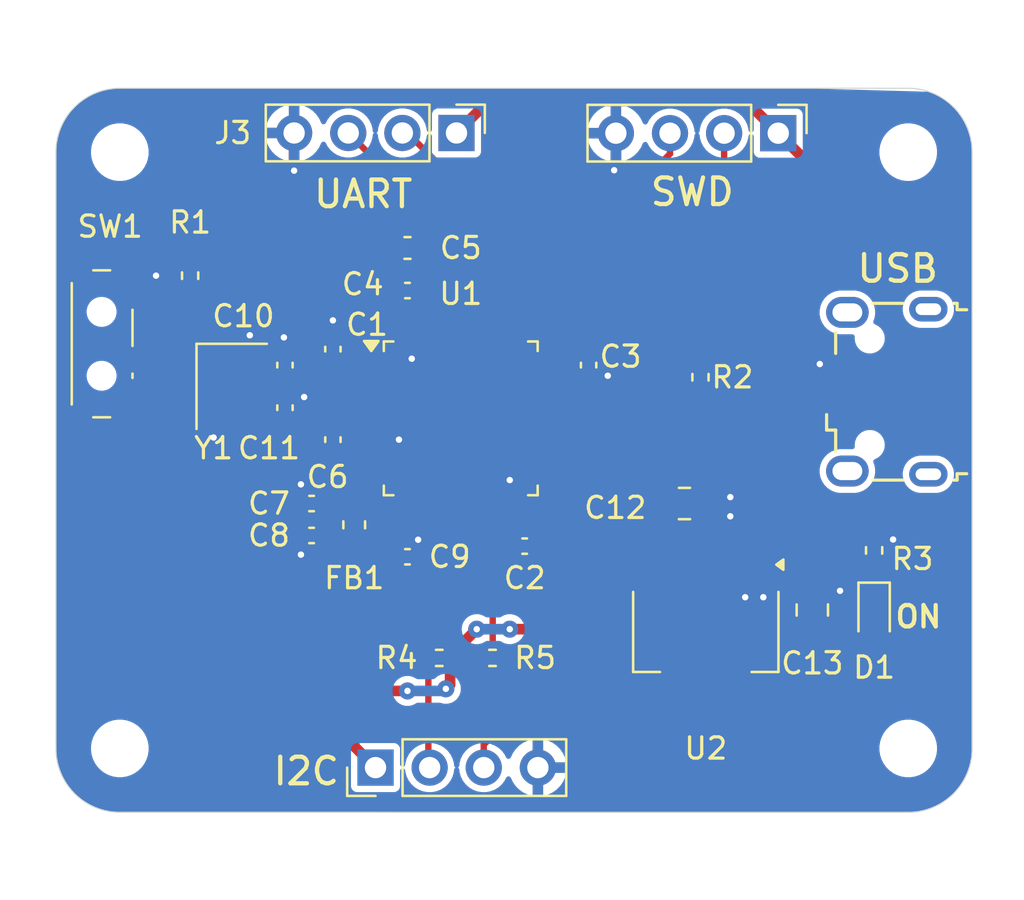
<source format=kicad_pcb>
(kicad_pcb (version 20240108) (generator "pcbnew") (generator_version "8.0")
  (layers (0 "F.Cu" signal) (31 "B.Cu" power) (34 "B.Paste" user) (35 "F.Paste" user) (36 "B.SilkS" user "B.Silkscreen") (37 "F.SilkS" user "F.Silkscreen") (38 "B.Mask" user) (39 "F.Mask" user) (44 "Edge.Cuts" user))
  (net 0 "")
  (net 1 "GND")
  (net 2 "+3.3V")
  (net 3 "+3.3VA")
  (net 4 "/NRST")
  (net 5 "/HSE_IN")
  (net 6 "/HSE_OUT")
  (net 7 "VBUS")
  (net 8 "Net-(D1-K)")
  (net 10 "/USB_D+")
  (net 12 "/USB_D-")
  (net 16 "/SWDIO")
  (net 17 "/SWCLK")
  (net 18 "/USART1_RX")
  (net 19 "/USART1_TX")
  (net 20 "/I2C2_SDA")
  (net 21 "/I2C2_SCL")
  (net 22 "/SW_BOOT0")
  (net 23 "/BOOT0")
  (footprint "Capacitor_SMD:C_0402_1005Metric" (layer "F.Cu") (at 152.25 107.5 -90)
    (property "Reference" "C10" (at -2.3 1.95 180) (layer "F.SilkS"))
    (property "Value" "10p")
    (fp_line (start -0.107836 0.36) (end 0.107836 0.36) (stroke (width 0.12)) (layer "F.SilkS"))
    (fp_line (start -0.107836 -0.36) (end 0.107836 -0.36) (stroke (width 0.12)) (layer "F.SilkS"))
    (pad "1" smd roundrect (at -0.48 0 270) (size 0.56 0.62) (layers "F.Cu" "F.Paste" "F.Mask") (net 1 "GND"))
    (pad "2" smd roundrect (at 0.48 0 270) (size 0.56 0.62) (layers "F.Cu" "F.Paste" "F.Mask") (net 5 "/HSE_IN"))
  )
  (footprint "Connector_PinHeader_2.54mm:PinHeader_1x04_P2.54mm_Vertical" (layer "F.Cu") (at 175.4 96.61 -90)
    (property "Reference" "J2" (hide yes))
    (property "Value" "Conn_01x04_Pin")
    (fp_line (start -1.33 8.95) (end 1.33 8.95) (stroke (width 0.12)) (layer "F.SilkS"))
    (fp_line (start -1.33 1.27) (end -1.33 8.95) (stroke (width 0.12)) (layer "F.SilkS"))
    (fp_line (start -1.33 1.27) (end 1.33 1.27) (stroke (width 0.12)) (layer "F.SilkS"))
    (fp_line (start 1.33 1.27) (end 1.33 8.95) (stroke (width 0.12)) (layer "F.SilkS"))
    (fp_line (start -1.33 0) (end -1.33 -1.33) (stroke (width 0.12)) (layer "F.SilkS"))
    (fp_line (start -1.33 -1.33) (end 0 -1.33) (stroke (width 0.12)) (layer "F.SilkS"))
    (pad "1" thru_hole rect (at 0 0 270) (size 1.7 1.7) (drill 1) (layers "*.Cu" "*.Mask") (net 2 "+3.3V"))
    (pad "2" thru_hole oval (at 0 2.54 270) (size 1.7 1.7) (drill 1) (layers "*.Cu" "*.Mask") (net 16 "/SWDIO"))
    (pad "3" thru_hole oval (at 0 5.08 270) (size 1.7 1.7) (drill 1) (layers "*.Cu" "*.Mask") (net 17 "/SWCLK"))
    (pad "4" thru_hole oval (at 0 7.62 270) (size 1.7 1.7) (drill 1) (layers "*.Cu" "*.Mask") (net 1 "GND"))
  )
  (footprint "Capacitor_SMD:C_0402_1005Metric" (layer "F.Cu") (at 163.5 116 180)
    (property "Reference" "C2" (at 0 -1.5 0) (layer "F.SilkS"))
    (property "Value" "100n")
    (fp_line (start -0.107836 0.36) (end 0.107836 0.36) (stroke (width 0.12)) (layer "F.SilkS"))
    (fp_line (start -0.107836 -0.36) (end 0.107836 -0.36) (stroke (width 0.12)) (layer "F.SilkS"))
    (pad "1" smd roundrect (at -0.48 0 180) (size 0.56 0.62) (layers "F.Cu" "F.Paste" "F.Mask") (net 2 "+3.3V"))
    (pad "2" smd roundrect (at 0.48 0 180) (size 0.56 0.62) (layers "F.Cu" "F.Paste" "F.Mask") (net 1 "GND"))
  )
  (footprint "Capacitor_SMD:C_0402_1005Metric" (layer "F.Cu") (at 154.5 106.75 90)
    (property "Reference" "C1" (at 1.15 1.6 180) (layer "F.SilkS"))
    (property "Value" "100n")
    (fp_line (start -0.107836 -0.36) (end 0.107836 -0.36) (stroke (width 0.12)) (layer "F.SilkS"))
    (fp_line (start -0.107836 0.36) (end 0.107836 0.36) (stroke (width 0.12)) (layer "F.SilkS"))
    (pad "1" smd roundrect (at -0.48 0 90) (size 0.56 0.62) (layers "F.Cu" "F.Paste" "F.Mask") (net 2 "+3.3V"))
    (pad "2" smd roundrect (at 0.48 0 90) (size 0.56 0.62) (layers "F.Cu" "F.Paste" "F.Mask") (net 1 "GND"))
  )
  (footprint "Package_QFP:LQFP-48_7x7mm_P0.5mm" (layer "F.Cu") (at 160.5 110)
    (property "Reference" "U1" (at 0 -5.85 0) (layer "F.SilkS"))
    (property "Value" "STM32F103C8Tx")
    (fp_line (start -3.61 -3.61) (end -3.61 -3.16) (stroke (width 0.12)) (layer "F.SilkS"))
    (fp_line (start -3.61 3.61) (end -3.61 3.16) (stroke (width 0.12)) (layer "F.SilkS"))
    (fp_line (start -3.16 -3.61) (end -3.61 -3.61) (stroke (width 0.12)) (layer "F.SilkS"))
    (fp_line (start -3.16 3.61) (end -3.61 3.61) (stroke (width 0.12)) (layer "F.SilkS"))
    (fp_line (start 3.16 -3.61) (end 3.61 -3.61) (stroke (width 0.12)) (layer "F.SilkS"))
    (fp_line (start 3.16 3.61) (end 3.61 3.61) (stroke (width 0.12)) (layer "F.SilkS"))
    (fp_line (start 3.61 -3.61) (end 3.61 -3.16) (stroke (width 0.12)) (layer "F.SilkS"))
    (fp_line (start 3.61 3.61) (end 3.61 3.16) (stroke (width 0.12)) (layer "F.SilkS"))
    (fp_poly (pts (xy -4.2 -3.16) (xy -4.54 -3.63) (xy -3.86 -3.63) (xy -4.2 -3.16)) (stroke (width 0.12)) (fill solid) (layer "F.SilkS"))
    (pad "1" smd roundrect (at -4.1625 -2.75) (size 1.475 0.3) (layers "F.Cu" "F.Paste" "F.Mask") (net 2 "+3.3V"))
    (pad "2" smd roundrect (at -4.1625 -2.25) (size 1.475 0.3) (layers "F.Cu" "F.Paste" "F.Mask"))
    (pad "3" smd roundrect (at -4.1625 -1.75) (size 1.475 0.3) (layers "F.Cu" "F.Paste" "F.Mask"))
    (pad "4" smd roundrect (at -4.1625 -1.25) (size 1.475 0.3) (layers "F.Cu" "F.Paste" "F.Mask"))
    (pad "5" smd roundrect (at -4.1625 -0.75) (size 1.475 0.3) (layers "F.Cu" "F.Paste" "F.Mask") (net 5 "/HSE_IN"))
    (pad "6" smd roundrect (at -4.1625 -0.25) (size 1.475 0.3) (layers "F.Cu" "F.Paste" "F.Mask") (net 6 "/HSE_OUT"))
    (pad "7" smd roundrect (at -4.1625 0.25) (size 1.475 0.3) (layers "F.Cu" "F.Paste" "F.Mask") (net 4 "/NRST"))
    (pad "8" smd roundrect (at -4.1625 0.75) (size 1.475 0.3) (layers "F.Cu" "F.Paste" "F.Mask") (net 1 "GND"))
    (pad "9" smd roundrect (at -4.1625 1.25) (size 1.475 0.3) (layers "F.Cu" "F.Paste" "F.Mask") (net 3 "+3.3VA"))
    (pad "10" smd roundrect (at -4.1625 1.75) (size 1.475 0.3) (layers "F.Cu" "F.Paste" "F.Mask"))
    (pad "11" smd roundrect (at -4.1625 2.25) (size 1.475 0.3) (layers "F.Cu" "F.Paste" "F.Mask"))
    (pad "12" smd roundrect (at -4.1625 2.75) (size 1.475 0.3) (layers "F.Cu" "F.Paste" "F.Mask"))
    (pad "13" smd roundrect (at -2.75 4.1625) (size 0.3 1.475) (layers "F.Cu" "F.Paste" "F.Mask"))
    (pad "14" smd roundrect (at -2.25 4.1625) (size 0.3 1.475) (layers "F.Cu" "F.Paste" "F.Mask"))
    (pad "15" smd roundrect (at -1.75 4.1625) (size 0.3 1.475) (layers "F.Cu" "F.Paste" "F.Mask"))
    (pad "16" smd roundrect (at -1.25 4.1625) (size 0.3 1.475) (layers "F.Cu" "F.Paste" "F.Mask"))
    (pad "17" smd roundrect (at -0.75 4.1625) (size 0.3 1.475) (layers "F.Cu" "F.Paste" "F.Mask"))
    (pad "18" smd roundrect (at -0.25 4.1625) (size 0.3 1.475) (layers "F.Cu" "F.Paste" "F.Mask"))
    (pad "19" smd roundrect (at 0.25 4.1625) (size 0.3 1.475) (layers "F.Cu" "F.Paste" "F.Mask"))
    (pad "20" smd roundrect (at 0.75 4.1625) (size 0.3 1.475) (layers "F.Cu" "F.Paste" "F.Mask"))
    (pad "21" smd roundrect (at 1.25 4.1625) (size 0.3 1.475) (layers "F.Cu" "F.Paste" "F.Mask") (net 21 "/I2C2_SCL"))
    (pad "22" smd roundrect (at 1.75 4.1625) (size 0.3 1.475) (layers "F.Cu" "F.Paste" "F.Mask") (net 20 "/I2C2_SDA"))
    (pad "23" smd roundrect (at 2.25 4.1625) (size 0.3 1.475) (layers "F.Cu" "F.Paste" "F.Mask") (net 1 "GND"))
    (pad "24" smd roundrect (at 2.75 4.1625) (size 0.3 1.475) (layers "F.Cu" "F.Paste" "F.Mask") (net 2 "+3.3V"))
    (pad "25" smd roundrect (at 4.1625 2.75) (size 1.475 0.3) (layers "F.Cu" "F.Paste" "F.Mask"))
    (pad "26" smd roundrect (at 4.1625 2.25) (size 1.475 0.3) (layers "F.Cu" "F.Paste" "F.Mask"))
    (pad "27" smd roundrect (at 4.1625 1.75) (size 1.475 0.3) (layers "F.Cu" "F.Paste" "F.Mask"))
    (pad "28" smd roundrect (at 4.1625 1.25) (size 1.475 0.3) (layers "F.Cu" "F.Paste" "F.Mask"))
    (pad "29" smd roundrect (at 4.1625 0.75) (size 1.475 0.3) (layers "F.Cu" "F.Paste" "F.Mask"))
    (pad "30" smd roundrect (at 4.1625 0.25) (size 1.475 0.3) (layers "F.Cu" "F.Paste" "F.Mask"))
    (pad "31" smd roundrect (at 4.1625 -0.25) (size 1.475 0.3) (layers "F.Cu" "F.Paste" "F.Mask"))
    (pad "32" smd roundrect (at 4.1625 -0.75) (size 1.475 0.3) (layers "F.Cu" "F.Paste" "F.Mask") (net 12 "/USB_D-"))
    (pad "33" smd roundrect (at 4.1625 -1.25) (size 1.475 0.3) (layers "F.Cu" "F.Paste" "F.Mask") (net 10 "/USB_D+"))
    (pad "34" smd roundrect (at 4.1625 -1.75) (size 1.475 0.3) (layers "F.Cu" "F.Paste" "F.Mask") (net 16 "/SWDIO"))
    (pad "35" smd roundrect (at 4.1625 -2.25) (size 1.475 0.3) (layers "F.Cu" "F.Paste" "F.Mask") (net 1 "GND"))
    (pad "36" smd roundrect (at 4.1625 -2.75) (size 1.475 0.3) (layers "F.Cu" "F.Paste" "F.Mask") (net 2 "+3.3V"))
    (pad "37" smd roundrect (at 2.75 -4.1625) (size 0.3 1.475) (layers "F.Cu" "F.Paste" "F.Mask") (net 17 "/SWCLK"))
    (pad "38" smd roundrect (at 2.25 -4.1625) (size 0.3 1.475) (layers "F.Cu" "F.Paste" "F.Mask"))
    (pad "39" smd roundrect (at 1.75 -4.1625) (size 0.3 1.475) (layers "F.Cu" "F.Paste" "F.Mask"))
    (pad "40" smd roundrect (at 1.25 -4.1625) (size 0.3 1.475) (layers "F.Cu" "F.Paste" "F.Mask"))
    (pad "41" smd roundrect (at 0.75 -4.1625) (size 0.3 1.475) (layers "F.Cu" "F.Paste" "F.Mask"))
    (pad "42" smd roundrect (at 0.25 -4.1625) (size 0.3 1.475) (layers "F.Cu" "F.Paste" "F.Mask") (net 19 "/USART1_TX"))
    (pad "43" smd roundrect (at -0.25 -4.1625) (size 0.3 1.475) (layers "F.Cu" "F.Paste" "F.Mask") (net 18 "/USART1_RX"))
    (pad "44" smd roundrect (at -0.75 -4.1625) (size 0.3 1.475) (layers "F.Cu" "F.Paste" "F.Mask") (net 23 "/BOOT0"))
    (pad "45" smd roundrect (at -1.25 -4.1625) (size 0.3 1.475) (layers "F.Cu" "F.Paste" "F.Mask"))
    (pad "46" smd roundrect (at -1.75 -4.1625) (size 0.3 1.475) (layers "F.Cu" "F.Paste" "F.Mask"))
    (pad "47" smd roundrect (at -2.25 -4.1625) (size 0.3 1.475) (layers "F.Cu" "F.Paste" "F.Mask") (net 1 "GND"))
    (pad "48" smd roundrect (at -2.75 -4.1625) (size 0.3 1.475) (layers "F.Cu" "F.Paste" "F.Mask") (net 2 "+3.3V"))
  )
  (footprint "Connector_PinHeader_2.54mm:PinHeader_1x04_P2.54mm_Vertical" (layer "F.Cu") (at 160.3 96.6 -90)
    (property "Reference" "J3" (at 0 10.5 180) (layer "F.SilkS"))
    (property "Value" "Conn_01x04_Pin")
    (fp_line (start -1.33 8.95) (end 1.33 8.95) (stroke (width 0.12)) (layer "F.SilkS"))
    (fp_line (start -1.33 1.27) (end -1.33 8.95) (stroke (width 0.12)) (layer "F.SilkS"))
    (fp_line (start -1.33 1.27) (end 1.33 1.27) (stroke (width 0.12)) (layer "F.SilkS"))
    (fp_line (start 1.33 1.27) (end 1.33 8.95) (stroke (width 0.12)) (layer "F.SilkS"))
    (fp_line (start -1.33 0) (end -1.33 -1.33) (stroke (width 0.12)) (layer "F.SilkS"))
    (fp_line (start -1.33 -1.33) (end 0 -1.33) (stroke (width 0.12)) (layer "F.SilkS"))
    (pad "1" thru_hole rect (at 0 0 270) (size 1.7 1.7) (drill 1) (layers "*.Cu" "*.Mask") (net 2 "+3.3V"))
    (pad "2" thru_hole oval (at 0 2.54 270) (size 1.7 1.7) (drill 1) (layers "*.Cu" "*.Mask") (net 19 "/USART1_TX"))
    (pad "3" thru_hole oval (at 0 5.08 270) (size 1.7 1.7) (drill 1) (layers "*.Cu" "*.Mask") (net 18 "/USART1_RX"))
    (pad "4" thru_hole oval (at 0 7.62 270) (size 1.7 1.7) (drill 1) (layers "*.Cu" "*.Mask") (net 1 "GND"))
  )
  (footprint "LED_SMD:LED_0603_1608Metric" (layer "F.Cu") (at 179.9 119.2 -90)
    (property "Reference" "D1" (at 2.5 0 180) (layer "F.SilkS"))
    (property "Value" "RED")
    (fp_line (start -1.485 0.735) (end 0.8 0.735) (stroke (width 0.12)) (layer "F.SilkS"))
    (fp_line (start -1.485 -0.735) (end -1.485 0.735) (stroke (width 0.12)) (layer "F.SilkS"))
    (fp_line (start 0.8 -0.735) (end -1.485 -0.735) (stroke (width 0.12)) (layer "F.SilkS"))
    (pad "1" smd roundrect (at -0.7875 0 270) (size 0.875 0.95) (layers "F.Cu" "F.Paste" "F.Mask") (net 8 "Net-(D1-K)"))
    (pad "2" smd roundrect (at 0.7875 0 270) (size 0.875 0.95) (layers "F.Cu" "F.Paste" "F.Mask") (net 2 "+3.3V"))
  )
  (footprint "Capacitor_SMD:C_0402_1005Metric" (layer "F.Cu") (at 153.5 114 180)
    (property "Reference" "C7" (at 2 0 0) (layer "F.SilkS"))
    (property "Value" "1u")
    (fp_line (start -0.107836 0.36) (end 0.107836 0.36) (stroke (width 0.12)) (layer "F.SilkS"))
    (fp_line (start -0.107836 -0.36) (end 0.107836 -0.36) (stroke (width 0.12)) (layer "F.SilkS"))
    (pad "1" smd roundrect (at -0.48 0 180) (size 0.56 0.62) (layers "F.Cu" "F.Paste" "F.Mask") (net 3 "+3.3VA"))
    (pad "2" smd roundrect (at 0.48 0 180) (size 0.56 0.62) (layers "F.Cu" "F.Paste" "F.Mask") (net 1 "GND"))
  )
  (footprint "Capacitor_SMD:C_0603_1608Metric" (layer "F.Cu") (at 158 102)
    (property "Reference" "C5" (at 2.5 0 0) (layer "F.SilkS"))
    (property "Value" "10u")
    (fp_line (start -0.14058 -0.51) (end 0.14058 -0.51) (stroke (width 0.12)) (layer "F.SilkS"))
    (fp_line (start -0.14058 0.51) (end 0.14058 0.51) (stroke (width 0.12)) (layer "F.SilkS"))
    (pad "1" smd roundrect (at -0.775 0) (size 0.9 0.95) (layers "F.Cu" "F.Paste" "F.Mask") (net 2 "+3.3V"))
    (pad "2" smd roundrect (at 0.775 0) (size 0.9 0.95) (layers "F.Cu" "F.Paste" "F.Mask") (net 1 "GND"))
  )
  (footprint "Crystal:Crystal_SMD_3225-4Pin_3.2x2.5mm" (layer "F.Cu") (at 149.75 108.5 -90)
    (property "Reference" "Y1" (at 2.9 0.85 180) (layer "F.SilkS"))
    (property "Value" "16MHz")
    (fp_line (start -2 1.65) (end 2 1.65) (stroke (width 0.12)) (layer "F.SilkS"))
    (fp_line (start -2 -1.65) (end -2 1.65) (stroke (width 0.12)) (layer "F.SilkS"))
    (pad "1" smd rect (at -1.1 0.85 270) (size 1.4 1.2) (layers "F.Cu" "F.Paste" "F.Mask") (net 5 "/HSE_IN"))
    (pad "2" smd rect (at 1.1 0.85 270) (size 1.4 1.2) (layers "F.Cu" "F.Paste" "F.Mask") (net 1 "GND"))
    (pad "3" smd rect (at 1.1 -0.85 270) (size 1.4 1.2) (layers "F.Cu" "F.Paste" "F.Mask") (net 6 "/HSE_OUT"))
    (pad "4" smd rect (at -1.1 -0.85 270) (size 1.4 1.2) (layers "F.Cu" "F.Paste" "F.Mask") (net 1 "GND"))
  )
  (footprint "Capacitor_SMD:C_0402_1005Metric" (layer "F.Cu") (at 153.5 115.5 180)
    (property "Reference" "C8" (at 2 0 0) (layer "F.SilkS"))
    (property "Value" "1u")
    (fp_line (start -0.107836 0.36) (end 0.107836 0.36) (stroke (width 0.12)) (layer "F.SilkS"))
    (fp_line (start -0.107836 -0.36) (end 0.107836 -0.36) (stroke (width 0.12)) (layer "F.SilkS"))
    (pad "1" smd roundrect (at -0.48 0 180) (size 0.56 0.62) (layers "F.Cu" "F.Paste" "F.Mask") (net 2 "+3.3V"))
    (pad "2" smd roundrect (at 0.48 0 180) (size 0.56 0.62) (layers "F.Cu" "F.Paste" "F.Mask") (net 1 "GND"))
  )
  (footprint "MountingHole:MountingHole_2.2mm_M2" (layer "F.Cu") (at 144.5 125.5)
    (property "Reference" "H3")
    (property "Value" "MountingHole")
    (pad "" np_thru_hole circle (at 0 0) (size 2.2 2.2) (drill 2.2) (layers "*.Cu" "*.Mask"))
  )
  (footprint "Capacitor_SMD:C_0805_2012Metric" (layer "F.Cu") (at 177 119 -90)
    (property "Reference" "C13" (at 2.5 0 180) (layer "F.SilkS"))
    (property "Value" "22u")
    (fp_line (start -0.261252 0.735) (end 0.261252 0.735) (stroke (width 0.12)) (layer "F.SilkS"))
    (fp_line (start -0.261252 -0.735) (end 0.261252 -0.735) (stroke (width 0.12)) (layer "F.SilkS"))
    (pad "1" smd roundrect (at -0.95 0 270) (size 1 1.45) (layers "F.Cu" "F.Paste" "F.Mask") (net 1 "GND"))
    (pad "2" smd roundrect (at 0.95 0 270) (size 1 1.45) (layers "F.Cu" "F.Paste" "F.Mask") (net 2 "+3.3V"))
  )
  (footprint "Connector_PinHeader_2.54mm:PinHeader_1x04_P2.54mm_Vertical" (layer "F.Cu") (at 156.5 126.4 90)
    (property "Reference" "J4" (hide yes))
    (property "Value" "Conn_01x04_Pin")
    (fp_line (start -1.33 -1.33) (end 0 -1.33) (stroke (width 0.12)) (layer "F.SilkS"))
    (fp_line (start -1.33 0) (end -1.33 -1.33) (stroke (width 0.12)) (layer "F.SilkS"))
    (fp_line (start 1.33 1.27) (end 1.33 8.95) (stroke (width 0.12)) (layer "F.SilkS"))
    (fp_line (start -1.33 1.27) (end 1.33 1.27) (stroke (width 0.12)) (layer "F.SilkS"))
    (fp_line (start -1.33 1.27) (end -1.33 8.95) (stroke (width 0.12)) (layer "F.SilkS"))
    (fp_line (start -1.33 8.95) (end 1.33 8.95) (stroke (width 0.12)) (layer "F.SilkS"))
    (pad "1" thru_hole rect (at 0 0 90) (size 1.7 1.7) (drill 1) (layers "*.Cu" "*.Mask") (net 2 "+3.3V"))
    (pad "2" thru_hole oval (at 0 2.54 90) (size 1.7 1.7) (drill 1) (layers "*.Cu" "*.Mask") (net 21 "/I2C2_SCL"))
    (pad "3" thru_hole oval (at 0 5.08 90) (size 1.7 1.7) (drill 1) (layers "*.Cu" "*.Mask") (net 20 "/I2C2_SDA"))
    (pad "4" thru_hole oval (at 0 7.62 90) (size 1.7 1.7) (drill 1) (layers "*.Cu" "*.Mask") (net 1 "GND"))
  )
  (footprint "MountingHole:MountingHole_2.2mm_M2" (layer "F.Cu") (at 181.5 97.5)
    (property "Reference" "H2")
    (property "Value" "MountingHole")
    (pad "" np_thru_hole circle (at 0 0) (size 2.2 2.2) (drill 2.2) (layers "*.Cu" "*.Mask"))
  )
  (footprint "Resistor_SMD:R_0402_1005Metric" (layer "F.Cu") (at 147.8 103.3 90)
    (property "Reference" "R1" (at 2.5 0 180) (layer "F.SilkS"))
    (property "Value" "10K")
    (fp_line (start -0.153641 -0.38) (end 0.153641 -0.38) (stroke (width 0.12)) (layer "F.SilkS"))
    (fp_line (start -0.153641 0.38) (end 0.153641 0.38) (stroke (width 0.12)) (layer "F.SilkS"))
    (pad "1" smd roundrect (at -0.51 0 90) (size 0.54 0.64) (layers "F.Cu" "F.Paste" "F.Mask") (net 22 "/SW_BOOT0"))
    (pad "2" smd roundrect (at 0.51 0 90) (size 0.54 0.64) (layers "F.Cu" "F.Paste" "F.Mask") (net 23 "/BOOT0"))
  )
  (footprint "Capacitor_SMD:C_0402_1005Metric" (layer "F.Cu") (at 152.25 109.5 -90)
    (property "Reference" "C11" (at 1.9 0.75 180) (layer "F.SilkS"))
    (property "Value" "10p")
    (fp_line (start -0.107836 0.36) (end 0.107836 0.36) (stroke (width 0.12)) (layer "F.SilkS"))
    (fp_line (start -0.107836 -0.36) (end 0.107836 -0.36) (stroke (width 0.12)) (layer "F.SilkS"))
    (pad "1" smd roundrect (at -0.48 0 270) (size 0.56 0.62) (layers "F.Cu" "F.Paste" "F.Mask") (net 1 "GND"))
    (pad "2" smd roundrect (at 0.48 0 270) (size 0.56 0.62) (layers "F.Cu" "F.Paste" "F.Mask") (net 6 "/HSE_OUT"))
  )
  (footprint "Connector_USB:USB_Micro-B_Wuerth_629105150521" (layer "F.Cu") (at 180.495 108.75 90)
    (property "Reference" "J1" (hide yes))
    (property "Value" "USB_B_Micro")
    (fp_line (start -1.075 -2.825) (end -1.8 -2.825) (stroke (width 0.15)) (layer "F.SilkS"))
    (fp_line (start -1.8 -2.825) (end -1.8 -2.4) (stroke (width 0.15)) (layer "F.SilkS"))
    (fp_line (start 1.8 -2.4) (end 2.8 -2.4) (stroke (width 0.15)) (layer "F.SilkS"))
    (fp_line (start -1.8 -2.4) (end -2.8 -2.4) (stroke (width 0.15)) (layer "F.SilkS"))
    (fp_line (start -4.15 -0.65) (end -4.15 0.75) (stroke (width 0.15)) (layer "F.SilkS"))
    (fp_line (start 4.15 0.75) (end 4.15 -0.65) (stroke (width 0.15)) (layer "F.SilkS"))
    (fp_line (start -4.15 3.15) (end -4.15 3.3) (stroke (width 0.15)) (layer "F.SilkS"))
    (fp_line (start 4.15 3.3) (end 4.15 3.15) (stroke (width 0.15)) (layer "F.SilkS"))
    (fp_line (start 3.85 3.3) (end 4.15 3.3) (stroke (width 0.15)) (layer "F.SilkS"))
    (fp_line (start -3.85 3.3) (end -3.85 3.75) (stroke (width 0.15)) (layer "F.SilkS"))
    (fp_line (start -4.15 3.3) (end -3.85 3.3) (stroke (width 0.15)) (layer "F.SilkS"))
    (fp_line (start 3.85 3.75) (end 3.85 3.3) (stroke (width 0.15)) (layer "F.SilkS"))
    (pad "" np_thru_hole oval (at -2.5 -0.8 90) (size 0.8 0.8) (drill 0.8) (layers "*.Cu" "*.Mask"))
    (pad "" np_thru_hole oval (at 2.5 -0.8 90) (size 0.8 0.8) (drill 0.8) (layers "*.Cu" "*.Mask"))
    (pad "1" smd rect (at -1.3 -1.9 90) (size 0.45 1.3) (layers "F.Cu" "F.Paste" "F.Mask") (net 7 "VBUS"))
    (pad "2" smd rect (at -0.65 -1.9 90) (size 0.45 1.3) (layers "F.Cu" "F.Paste" "F.Mask") (net 12 "/USB_D-"))
    (pad "3" smd rect (at 0 -1.9 90) (size 0.45 1.3) (layers "F.Cu" "F.Paste" "F.Mask") (net 10 "/USB_D+"))
    (pad "4" smd rect (at 0.65 -1.9 90) (size 0.45 1.3) (layers "F.Cu" "F.Paste" "F.Mask"))
    (pad "5" smd rect (at 1.3 -1.9 90) (size 0.45 1.3) (layers "F.Cu" "F.Paste" "F.Mask") (net 1 "GND"))
    (pad "6" thru_hole oval (at -3.875 1.95 90) (size 1.15 1.8) (drill oval 0.55 1.2) (property pad_prop_heatsink) (layers "*.Cu" "*.Mask"))
    (pad "6" thru_hole oval (at -3.725 -1.85 90) (size 1.45 2) (drill oval 0.85 1.4) (property pad_prop_heatsink) (layers "*.Cu" "*.Mask"))
    (pad "6" thru_hole oval (at 3.725 -1.85 90) (size 1.45 2) (drill oval 0.85 1.4) (property pad_prop_heatsink) (layers "*.Cu" "*.Mask"))
    (pad "6" thru_hole oval (at 3.875 1.95 90) (size 1.15 1.8) (drill oval 0.55 1.2) (property pad_prop_heatsink) (layers "*.Cu" "*.Mask"))
  )
  (footprint "Capacitor_SMD:C_0402_1005Metric" (layer "F.Cu") (at 154.5 111 90)
    (property "Reference" "C6" (at -1.75 -0.25 180) (layer "F.SilkS"))
    (property "Value" "10n")
    (fp_line (start -0.107836 -0.36) (end 0.107836 -0.36) (stroke (width 0.12)) (layer "F.SilkS"))
    (fp_line (start -0.107836 0.36) (end 0.107836 0.36) (stroke (width 0.12)) (layer "F.SilkS"))
    (pad "1" smd roundrect (at -0.48 0 90) (size 0.56 0.62) (layers "F.Cu" "F.Paste" "F.Mask") (net 3 "+3.3VA"))
    (pad "2" smd roundrect (at 0.48 0 90) (size 0.56 0.62) (layers "F.Cu" "F.Paste" "F.Mask") (net 1 "GND"))
  )
  (footprint "Resistor_SMD:R_0402_1005Metric" (layer "F.Cu") (at 159.49 121.25 180)
    (property "Reference" "R4" (at 2 0 0) (layer "F.SilkS"))
    (property "Value" "1k5")
    (fp_line (start -0.153641 0.38) (end 0.153641 0.38) (stroke (width 0.12)) (layer "F.SilkS"))
    (fp_line (start -0.153641 -0.38) (end 0.153641 -0.38) (stroke (width 0.12)) (layer "F.SilkS"))
    (pad "1" smd roundrect (at -0.51 0 180) (size 0.54 0.64) (layers "F.Cu" "F.Paste" "F.Mask") (net 2 "+3.3V"))
    (pad "2" smd roundrect (at 0.51 0 180) (size 0.54 0.64) (layers "F.Cu" "F.Paste" "F.Mask") (net 21 "/I2C2_SCL"))
  )
  (footprint "Inductor_SMD:L_0603_1608Metric" (layer "F.Cu") (at 155.5 115 -90)
    (property "Reference" "FB1" (at 2.5 0 0) (layer "F.SilkS"))
    (property "Value" "120R")
    (fp_line (start -0.162779 0.51) (end 0.162779 0.51) (stroke (width 0.12)) (layer "F.SilkS"))
    (fp_line (start -0.162779 -0.51) (end 0.162779 -0.51) (stroke (width 0.12)) (layer "F.SilkS"))
    (pad "1" smd roundrect (at -0.7875 0 270) (size 0.875 0.95) (layers "F.Cu" "F.Paste" "F.Mask") (net 3 "+3.3VA"))
    (pad "2" smd roundrect (at 0.7875 0 270) (size 0.875 0.95) (layers "F.Cu" "F.Paste" "F.Mask") (net 2 "+3.3V"))
  )
  (footprint "MountingHole:MountingHole_2.2mm_M2" (layer "F.Cu") (at 144.5 97.5)
    (property "Reference" "H1")
    (property "Value" "MountingHole")
    (pad "" np_thru_hole circle (at 0 0) (size 2.2 2.2) (drill 2.2) (layers "*.Cu" "*.Mask"))
  )
  (footprint "Resistor_SMD:R_0402_1005Metric" (layer "F.Cu") (at 171.75 108.07 90)
    (property "Reference" "R2" (at 0 1.5 180) (layer "F.SilkS"))
    (property "Value" "1k5")
    (fp_line (start -0.153641 -0.38) (end 0.153641 -0.38) (stroke (width 0.12)) (layer "F.SilkS"))
    (fp_line (start -0.153641 0.38) (end 0.153641 0.38) (stroke (width 0.12)) (layer "F.SilkS"))
    (pad "1" smd roundrect (at -0.51 0 90) (size 0.54 0.64) (layers "F.Cu" "F.Paste" "F.Mask") (net 10 "/USB_D+"))
    (pad "2" smd roundrect (at 0.51 0 90) (size 0.54 0.64) (layers "F.Cu" "F.Paste" "F.Mask") (net 2 "+3.3V"))
  )
  (footprint "Resistor_SMD:R_0402_1005Metric" (layer "F.Cu") (at 161.99 121.25)
    (property "Reference" "R5" (at 2 0 0) (layer "F.SilkS"))
    (property "Value" "1k5")
    (fp_line (start -0.153641 -0.38) (end 0.153641 -0.38) (stroke (width 0.12)) (layer "F.SilkS"))
    (fp_line (start -0.153641 0.38) (end 0.153641 0.38) (stroke (width 0.12)) (layer "F.SilkS"))
    (pad "1" smd roundrect (at -0.51 0) (size 0.54 0.64) (layers "F.Cu" "F.Paste" "F.Mask") (net 2 "+3.3V"))
    (pad "2" smd roundrect (at 0.51 0) (size 0.54 0.64) (layers "F.Cu" "F.Paste" "F.Mask") (net 20 "/I2C2_SDA"))
  )
  (footprint "Resistor_SMD:R_0402_1005Metric" (layer "F.Cu") (at 179.9 116.2 90)
    (property "Reference" "R3" (at -0.4 1.8 180) (layer "F.SilkS"))
    (property "Value" "1k5")
    (fp_line (start -0.153641 -0.38) (end 0.153641 -0.38) (stroke (width 0.12)) (layer "F.SilkS"))
    (fp_line (start -0.153641 0.38) (end 0.153641 0.38) (stroke (width 0.12)) (layer "F.SilkS"))
    (pad "1" smd roundrect (at -0.51 0 90) (size 0.54 0.64) (layers "F.Cu" "F.Paste" "F.Mask") (net 8 "Net-(D1-K)"))
    (pad "2" smd roundrect (at 0.51 0 90) (size 0.54 0.64) (layers "F.Cu" "F.Paste" "F.Mask") (net 1 "GND"))
  )
  (footprint "Capacitor_SMD:C_0402_1005Metric" (layer "F.Cu") (at 158 116.5 180)
    (property "Reference" "C9" (at -1.98 0 0) (layer "F.SilkS"))
    (property "Value" "100n")
    (fp_line (start -0.107836 0.36) (end 0.107836 0.36) (stroke (width 0.12)) (layer "F.SilkS"))
    (fp_line (start -0.107836 -0.36) (end 0.107836 -0.36) (stroke (width 0.12)) (layer "F.SilkS"))
    (pad "1" smd roundrect (at -0.48 0 180) (size 0.56 0.62) (layers "F.Cu" "F.Paste" "F.Mask") (net 1 "GND"))
    (pad "2" smd roundrect (at 0.48 0 180) (size 0.56 0.62) (layers "F.Cu" "F.Paste" "F.Mask") (net 4 "/NRST"))
  )
  (footprint "Capacitor_SMD:C_0402_1005Metric" (layer "F.Cu") (at 158 104)
    (property "Reference" "C4" (at -2.1 -0.3 0) (layer "F.SilkS"))
    (property "Value" "100n")
    (fp_line (start -0.107836 -0.36) (end 0.107836 -0.36) (stroke (width 0.12)) (layer "F.SilkS"))
    (fp_line (start -0.107836 0.36) (end 0.107836 0.36) (stroke (width 0.12)) (layer "F.SilkS"))
    (pad "1" smd roundrect (at -0.48 0) (size 0.56 0.62) (layers "F.Cu" "F.Paste" "F.Mask") (net 2 "+3.3V"))
    (pad "2" smd roundrect (at 0.48 0) (size 0.56 0.62) (layers "F.Cu" "F.Paste" "F.Mask") (net 1 "GND"))
  )
  (footprint "Capacitor_SMD:C_0805_2012Metric" (layer "F.Cu") (at 171 114 180)
    (property "Reference" "C12" (at 3.25 -0.2 0) (layer "F.SilkS"))
    (property "Value" "22u")
    (fp_line (start -0.261252 0.735) (end 0.261252 0.735) (stroke (width 0.12)) (layer "F.SilkS"))
    (fp_line (start -0.261252 -0.735) (end 0.261252 -0.735) (stroke (width 0.12)) (layer "F.SilkS"))
    (pad "1" smd roundrect (at -0.95 0 180) (size 1 1.45) (layers "F.Cu" "F.Paste" "F.Mask") (net 1 "GND"))
    (pad "2" smd roundrect (at 0.95 0 180) (size 1 1.45) (layers "F.Cu" "F.Paste" "F.Mask") (net 7 "VBUS"))
  )
  (footprint "MountingHole:MountingHole_2.2mm_M2" (layer "F.Cu") (at 181.5 125.5)
    (property "Reference" "H4")
    (property "Value" "MountingHole")
    (pad "" np_thru_hole circle (at 0 0) (size 2.2 2.2) (drill 2.2) (layers "*.Cu" "*.Mask"))
  )
  (footprint "Package_TO_SOT_SMD:SOT-223-3_TabPin2" (layer "F.Cu") (at 172 120 -90)
    (property "Reference" "U2" (at 5.5 0 180) (layer "F.SilkS"))
    (property "Value" "AMS1117-3.3")
    (fp_line (start -1.85 3.41) (end 1.91 3.41) (stroke (width 0.12)) (layer "F.SilkS"))
    (fp_line (start 1.91 3.41) (end 1.91 2.15) (stroke (width 0.12)) (layer "F.SilkS"))
    (fp_line (start -1.85 -3.41) (end 1.91 -3.41) (stroke (width 0.12)) (layer "F.SilkS"))
    (fp_line (start 1.91 -3.41) (end 1.91 -2.15) (stroke (width 0.12)) (layer "F.SilkS"))
    (fp_poly (pts (xy -3.13 -3.31) (xy -3.37 -3.64) (xy -2.89 -3.64) (xy -3.13 -3.31)) (stroke (width 0.12)) (fill solid) (layer "F.SilkS"))
    (pad "1" smd roundrect (at -3.15 -2.3 270) (size 2 1.5) (layers "F.Cu" "F.Paste" "F.Mask") (net 1 "GND"))
    (pad "2" smd roundrect (at -3.15 0 270) (size 2 1.5) (layers "F.Cu" "F.Paste" "F.Mask") (net 2 "+3.3V"))
    (pad "2" smd roundrect (at 3.15 0 270) (size 2 3.8) (layers "F.Cu" "F.Paste" "F.Mask") (net 2 "+3.3V"))
    (pad "3" smd roundrect (at -3.15 2.3 270) (size 2 1.5) (layers "F.Cu" "F.Paste" "F.Mask") (net 7 "VBUS"))
  )
  (footprint "Button_Switch_SMD:SW_SPDT_PCM12" (layer "F.Cu") (at 143.975 106.5 -90)
    (property "Reference" "SW1" (at -5.506 -0.07 0) (layer "F.SilkS"))
    (property "Value" "SW_SPDT")
    (fp_line (start -2.85 1.73) (end 2.85 1.73) (stroke (width 0.12)) (layer "F.SilkS"))
    (fp_line (start 3.45 0.72) (end 3.45 -0.07) (stroke (width 0.12)) (layer "F.SilkS"))
    (fp_line (start -3.45 -0.07) (end -3.45 0.72) (stroke (width 0.12)) (layer "F.SilkS"))
    (fp_line (start -1.6 -1.12) (end 0.1 -1.12) (stroke (width 0.12)) (layer "F.SilkS"))
    (fp_line (start 1.4 -1.12) (end 1.6 -1.12) (stroke (width 0.12)) (layer "F.SilkS"))
    (pad "" smd rect (at -3.65 -0.78 270) (size 1 0.8) (layers "F.Cu" "F.Paste" "F.Mask"))
    (pad "" smd rect (at -3.65 1.43 270) (size 1 0.8) (layers "F.Cu" "F.Paste" "F.Mask"))
    (pad "" np_thru_hole circle (at -1.5 0.33 270) (size 0.9 0.9) (drill 0.9) (layers "*.Cu" "*.Mask"))
    (pad "" np_thru_hole circle (at 1.5 0.33 270) (size 0.9 0.9) (drill 0.9) (layers "*.Cu" "*.Mask"))
    (pad "" smd rect (at 3.65 -0.78 270) (size 1 0.8) (layers "F.Cu" "F.Paste" "F.Mask"))
    (pad "" smd rect (at 3.65 1.43 270) (size 1 0.8) (layers "F.Cu" "F.Paste" "F.Mask"))
    (pad "1" smd rect (at -2.25 -1.43 270) (size 0.7 1.5) (layers "F.Cu" "F.Paste" "F.Mask") (net 1 "GND"))
    (pad "2" smd rect (at 0.75 -1.43 270) (size 0.7 1.5) (layers "F.Cu" "F.Paste" "F.Mask") (net 22 "/SW_BOOT0"))
    (pad "3" smd rect (at 2.25 -1.43 270) (size 0.7 1.5) (layers "F.Cu" "F.Paste" "F.Mask") (net 2 "+3.3V"))
  )
  (footprint "Capacitor_SMD:C_0402_1005Metric" (layer "F.Cu") (at 166.5 107.5 -90)
    (property "Reference" "C3" (at -0.4 -1.5 180) (layer "F.SilkS"))
    (property "Value" "100n")
    (fp_line (start -0.107836 0.36) (end 0.107836 0.36) (stroke (width 0.12)) (layer "F.SilkS"))
    (fp_line (start -0.107836 -0.36) (end 0.107836 -0.36) (stroke (width 0.12)) (layer "F.SilkS"))
    (pad "1" smd roundrect (at -0.48 0 270) (size 0.56 0.62) (layers "F.Cu" "F.Paste" "F.Mask") (net 2 "+3.3V"))
    (pad "2" smd roundrect (at 0.48 0 270) (size 0.56 0.62) (layers "F.Cu" "F.Paste" "F.Mask") (net 1 "GND"))
  )
  (gr_line (start 144.5 94.5) (end 181.5 94.5) (stroke (width 0.05)) (layer "Edge.Cuts"))
  (gr_line (start 144.607075 128.498089) (end 181.6 128.5) (stroke (width 0.05)) (layer "Edge.Cuts"))
  (gr_arc (start 184.501666 125.5) (mid 183.657564 127.586844) (end 181.6 128.5) (stroke (width 0.05)) (layer "Edge.Cuts"))
  (gr_arc (start 141.5 97.5) (mid 142.37868 95.37868) (end 144.5 94.5) (stroke (width 0.05)) (layer "Edge.Cuts"))
  (gr_arc (start 181.5 94.5) (mid 183.62132 95.37868) (end 184.5 97.5) (stroke (width 0.05)) (layer "Edge.Cuts"))
  (gr_line (start 141.5 125.5) (end 141.5 97.5) (stroke (width 0.05)) (layer "Edge.Cuts"))
  (gr_arc (start 144.607075 128.498089) (mid 142.41688 127.658845) (end 141.5 125.5) (stroke (width 0.05)) (layer "Edge.Cuts"))
  (gr_line (start 184.5 125.5) (end 184.5 97.5) (stroke (width 0.05)) (layer "Edge.Cuts"))
  (gr_text "I2C" (at 151.6 127.3 0) (layer "F.SilkS") (effects (font (size 1.25 1.25) (thickness 0.2)) (justify left bottom)))
  (gr_text "ON" (at 180.8 119.9 0) (layer "F.SilkS") (effects (font (size 1 1) (thickness 0.2) (bold yes)) (justify left bottom)))
  (gr_text "SWD" (at 169.3 100.1 0) (layer "F.SilkS") (effects (font (size 1.25 1.25) (thickness 0.2)) (justify left bottom)))
  (gr_text "USB" (at 179 103.7 0) (layer "F.SilkS") (effects (font (size 1.25 1.25) (thickness 0.2)) (justify left bottom)))
  (gr_text "UART" (at 153.5 100.2 0) (layer "F.SilkS") (effects (font (size 1.25 1.25) (thickness 0.2) (bold yes)) (justify left bottom)))
  (segment (start 164.6625 107.75) (end 165.50312 107.75) (width 0.3) (layer "F.Cu") (net 1))
  (segment (start 167.78 98.27) (end 167.7 98.35) (width 0.5) (layer "F.Cu") (net 1))
  (segment (start 153.02 114) (end 153.02 113.12) (width 0.5) (layer "F.Cu") (net 1))
  (segment (start 152.25 107.02) (end 152.25 106.25) (width 0.5) (layer "F.Cu") (net 1))
  (segment (start 158.49688 104.75) (end 158.5 104.75) (width 0.3) (layer "F.Cu") (net 1))
  (segment (start 153.02 116.38) (end 153 116.4) (width 0.5) (layer "F.Cu") (net 1))
  (segment (start 165.73312 107.98) (end 166.5 107.98) (width 0.3) (layer "F.Cu") (net 1))
  (segment (start 158.5 104.02) (end 158.48 104) (width 0.3) (layer "F.Cu") (net 1))
  (segment (start 180.79 115.69) (end 179.9 115.69) (width 0.5) (layer "F.Cu") (net 1))
  (segment (start 152.68 98.37) (end 152.68 96.6) (width 0.5) (layer "F.Cu") (net 1))
  (segment (start 146.2 103.455) (end 146.2 103.3) (width 0.5) (layer "F.Cu") (net 1))
  (segment (start 162.75 112.95) (end 162.8 112.9) (width 0.3) (layer "F.Cu") (net 1))
  (segment (start 162.75 114.1625) (end 162.75 112.95) (width 0.3) (layer "F.Cu") (net 1))
  (segment (start 165.50312 107.75) (end 165.73312 107.98) (width 0.3) (layer "F.Cu") (net 1))
  (segment (start 177.35 107.45) (end 178.595 107.45) (width 0.3) (layer "F.Cu") (net 1))
  (segment (start 153.02 113.12) (end 153 113.1) (width 0.5) (layer "F.Cu") (net 1))
  (segment (start 158.48 104) (end 158.48 103.52) (width 0.5) (layer "F.Cu") (net 1))
  (segment (start 153.13 109.02) (end 152.25 109.02) (width 0.5) (layer "F.Cu") (net 1))
  (segment (start 162.75 115.25) (end 163.02 115.52) (width 0.3) (layer "F.Cu") (net 1))
  (segment (start 158.48 115.72) (end 158.5 115.7) (width 0.5) (layer "F.Cu") (net 1))
  (segment (start 167.38 107.98) (end 167.4 108) (width 0.3) (layer "F.Cu") (net 1))
  (segment (start 157.35 110.75) (end 157.6 111) (width 0.2) (layer "F.Cu") (net 1))
  (segment (start 156.3375 110.75) (end 155.46 110.75) (width 0.2) (layer "F.Cu") (net 1))
  (segment (start 158.25 105.8375) (end 158.25 107.15) (width 0.3) (layer "F.Cu") (net 1))
  (segment (start 155.46 110.75) (end 155.23 110.52) (width 0.2) (layer "F.Cu") (net 1))
  (segment (start 158.775 103.225) (end 158.775 102) (width 0.5) (layer "F.Cu") (net 1))
  (segment (start 166.5 107.98) (end 167.38 107.98) (width 0.5) (layer "F.Cu") (net 1))
  (segment (start 158.48 116.5) (end 158.48 115.72) (width 0.5) (layer "F.Cu") (net 1))
  (segment (start 155.23 110.52) (end 154.5 110.52) (width 0.2) (layer "F.Cu") (net 1))
  (segment (start 158.5 104.75) (end 158.5 104.02) (width 0.3) (layer "F.Cu") (net 1))
  (segment (start 158.25 105.8375) (end 158.25 104.99688) (width 0.3) (layer "F.Cu") (net 1))
  (segment (start 152.25 106.25) (end 152.2 106.2) (width 0.5) (layer "F.Cu") (net 1))
  (segment (start 158.25 107.15) (end 158.2 107.2) (width 0.3) (layer "F.Cu") (net 1))
  (segment (start 148.9 109.6) (end 148.9 110.9) (width 0.5) (layer "F.Cu") (net 1))
  (segment (start 158.25 104.99688) (end 158.49688 104.75) (width 0.3) (layer "F.Cu") (net 1))
  (segment (start 150.6 107.4) (end 150.6 106.1) (width 0.5) (layer "F.Cu") (net 1))
  (segment (start 154.5 106.27) (end 154.5 105.4) (width 0.5) (layer "F.Cu") (net 1))
  (segment (start 163.02 115.52) (end 163.02 116) (width 0.3) (layer "F.Cu") (net 1))
  (segment (start 145.405 104.25) (end 146.2 103.455) (width 0.5) (layer "F.Cu") (net 1))
  (segment (start 156.3375 110.75) (end 157.35 110.75) (width 0.2) (layer "F.Cu") (net 1))
  (segment (start 153.15 109) (end 153.13 109.02) (width 0.5) (layer "F.Cu") (net 1))
  (segment (start 167.78 96.61) (end 167.78 98.27) (width 0.5) (layer "F.Cu") (net 1))
  (segment (start 162.75 114.1625) (end 162.75 115.25) (width 0.3) (layer "F.Cu") (net 1))
  (segment (start 158.48 103.52) (end 158.775 103.225) (width 0.5) (layer "F.Cu") (net 1))
  (segment (start 153.02 115.5) (end 153.02 116.38) (width 0.5) (layer "F.Cu") (net 1))
  (via (at 157.6 111) (size 0.7) (drill 0.3) (layers "F.Cu" "B.Cu") (net 1))
  (via (at 173.15 114.6) (size 0.7) (drill 0.3) (layers "F.Cu" "B.Cu") (net 1))
  (via (at 167.7 98.35) (size 0.7) (drill 0.3) (layers "F.Cu" "B.Cu") (net 1))
  (via (at 153 113.1) (size 0.7) (drill 0.3) (layers "F.Cu" "B.Cu") (net 1))
  (via (at 152.2 106.2) (size 0.7) (drill 0.3) (layers "F.Cu" "B.Cu") (net 1))
  (via (at 162.8 112.9) (size 0.7) (drill 0.3) (layers "F.Cu" "B.Cu") (net 1))
  (via (at 180.79 115.69) (size 0.7) (drill 0.3) (layers "F.Cu" "B.Cu") (net 1))
  (via (at 177.35 107.45) (size 0.7) (drill 0.3) (layers "F.Cu" "B.Cu") (net 1))
  (via (at 146.2 103.3) (size 0.7) (drill 0.3) (layers "F.Cu" "B.Cu") (net 1))
  (via (at 154.5 105.4) (size 0.7) (drill 0.3) (layers "F.Cu" "B.Cu") (net 1))
  (via (at 173.85 118.4) (size 0.7) (drill 0.3) (layers "F.Cu" "B.Cu") (net 1))
  (via (at 178.3 118.1) (size 0.7) (drill 0.3) (layers "F.Cu" "B.Cu") (net 1))
  (via (at 148.9 110.9) (size 0.7) (drill 0.3) (layers "F.Cu" "B.Cu") (net 1))
  (via (at 173.15 113.7) (size 0.7) (drill 0.3) (layers "F.Cu" "B.Cu") (net 1))
  (via (at 174.7 118.4) (size 0.7) (drill 0.3) (layers "F.Cu" "B.Cu") (net 1))
  (via (at 158.2 107.2) (size 0.7) (drill 0.3) (layers "F.Cu" "B.Cu") (net 1))
  (via (at 152.68 98.37) (size 0.7) (drill 0.3) (layers "F.Cu" "B.Cu") (net 1))
  (via (at 153.15 109) (size 0.7) (drill 0.3) (layers "F.Cu" "B.Cu") (net 1))
  (via (at 150.6 106.1) (size 0.7) (drill 0.3) (layers "F.Cu" "B.Cu") (net 1))
  (via (at 167.4 108) (size 0.7) (drill 0.3) (layers "F.Cu" "B.Cu") (net 1))
  (via (at 158.5 115.7) (size 0.7) (drill 0.3) (layers "F.Cu" "B.Cu") (net 1))
  (via (at 153 116.4) (size 0.7) (drill 0.3) (layers "F.Cu" "B.Cu") (net 1))
  (segment (start 163.25 114.1625) (end 163.25 115) (width 0.3) (layer "F.Cu") (net 2))
  (segment (start 157.75 105) (end 157.52 104.77) (width 0.3) (layer "F.Cu") (net 2))
  (segment (start 160 121.25) (end 160.7 121.25) (width 0.5) (layer "F.Cu") (net 2))
  (segment (start 172.14 107.56) (end 171.75 107.56) (width 0.5) (layer "F.Cu") (net 2))
  (segment (start 145.405 108.75) (end 147.15 108.75) (width 0.5) (layer "F.Cu") (net 2))
  (segment (start 155.5 119.5) (end 149.5 119.5) (width 0.5) (layer "F.Cu") (net 2))
  (segment (start 177.3 126.6) (end 169.3 126.6) (width 0.5) (layer "F.Cu") (net 2))
  (segment (start 163.98 121.28) (end 163.98 119.9) (width 0.5) (layer "F.Cu") (net 2))
  (segment (start 155.5 119.5) (end 155.5 123) (width 0.5) (layer "F.Cu") (net 2))
  (segment (start 169.3 126.6) (end 163.98 121.28) (width 0.5) (layer "F.Cu") (net 2))
  (segment (start 165.98 107.02) (end 166.5 107.02) (width 0.3) (layer "F.Cu") (net 2))
  (segment (start 155.5 125.4) (end 156.5 126.4) (width 0.5) (layer "F.Cu") (net 2))
  (segment (start 153.98 115.5) (end 155.2125 115.5) (width 0.5) (layer "F.Cu") (net 2))
  (segment (start 157.52 104) (end 157.52 103.52) (width 0.5) (layer "F.Cu") (net 2))
  (segment (start 155.5 115.7875) (end 155.5 119.5) (width 0.5) (layer "F.Cu") (net 2))
  (segment (start 154.52 107.25) (end 154.5 107.23) (width 0.2) (layer "F.Cu") (net 2))
  (segment (start 163.98 115.73) (end 163.98 116) (width 0.3) (layer "F.Cu") (net 2))
  (segment (start 160.7 121.25) (end 161.48 121.25) (width 0.5) (layer "F.Cu") (net 2))
  (segment (start 180.8 113.7) (end 180.8 102.01) (width 0.5) (layer "F.Cu") (net 2))
  (segment (start 160.7 120.45) (end 160.7 121.25) (width 0.5) (layer "F.Cu") (net 2))
  (segment (start 156 106.9125) (end 156.2375 107.15) (width 0.5) (layer "F.Cu") (net 2))
  (segment (start 149.5 119.5) (end 147.2 117.2) (width 0.5) (layer "F.Cu") (net 2))
  (segment (start 179.245 100.455) (end 172.14 107.56) (width 0.5) (layer "F.Cu") (net 2))
  (segment (start 178.6 119.95) (end 178.6 122.5) (width 0.5) (layer "F.Cu") (net 2))
  (segment (start 178.6 122.5) (end 178.6 125.3) (width 0.5) (layer "F.Cu") (net 2))
  (segment (start 170.69 106.5) (end 171.75 107.56) (width 0.5) (layer "F.Cu") (net 2))
  (segment (start 178.6 122.5) (end 180.6 122.5) (width 0.5) (layer "F.Cu") (net 2))
  (segment (start 167.02 106.5) (end 170.69 106.5) (width 0.5) (layer "F.Cu") (net 2))
  (segment (start 155.7 122.8) (end 155.5 123) (width 0.5) (layer "F.Cu") (net 2))
  (segment (start 156.3375 107.25) (end 154.52 107.25) (width 0.2) (layer "F.Cu") (net 2))
  (segment (start 156 104.2) (end 157.32 104.2) (width 0.5) (layer "F.Cu") (net 2))
  (segment (start 178.6 125.3) (end 177.3 126.6) (width 0.5) (layer "F.Cu") (net 2))
  (segment (start 155.5 123) (end 155.5 125.4) (width 0.5) (layer "F.Cu") (net 2))
  (segment (start 178.6 119.95) (end 179.8625 119.95) (width 0.5) (layer "F.Cu") (net 2))
  (segment (start 161.8 95.1) (end 173.89 95.1) (width 0.5) (layer "F.Cu") (net 2))
  (segment (start 147.2 106.1) (end 149.1 104.2) (width 0.5) (layer "F.Cu") (net 2))
  (segment (start 182 121.1) (end 182 114.9) (width 0.5) (layer "F.Cu") (net 2))
  (segment (start 155.2125 115.5) (end 155.5 115.7875) (width 0.5) (layer "F.Cu") (net 2))
  (segment (start 177 119.95) (end 178.6 119.95) (width 0.5) (layer "F.Cu") (net 2))
  (segment (start 157.52 103.52) (end 157.225 103.225) (width 0.5) (layer "F.Cu") (net 2))
  (segment (start 160.3 96.6) (end 161.8 95.1) (width 0.5) (layer "F.Cu") (net 2))
  (segment (start 161.25 119.9) (end 160.7 120.45) (width 0.5) (layer "F.Cu") (net 2))
  (segment (start 160 122.5) (end 160 121.25) (width 0.5) (layer "F.Cu") (net 2))
  (segment (start 182 114.9) (end 180.8 113.7) (width 0.5) (layer "F.Cu") (net 2))
  (segment (start 157.225 103.225) (end 157.225 102) (width 0.5) (layer "F.Cu") (net 2))
  (segment (start 180.8 102.01) (end 179.245 100.455) (width 0.5) (layer "F.Cu") (net 2))
  (segment (start 147.15 108.75) (end 147.2 108.7) (width 0.5) (layer "F.Cu") (net 2))
  (segment (start 166.5 107.02) (end 167.02 106.5) (width 0.5) (layer "F.Cu") (net 2))
  (segment (start 163.98 119.9) (end 162.8 119.9) (width 0.5) (layer "F.Cu") (net 2))
  (segment (start 156 104.2) (end 156 106.9125) (width 0.5) (layer "F.Cu") (net 2))
  (segment (start 164.6625 107.25) (end 165.75 107.25) (width 0.3) (layer "F.Cu") (net 2))
  (segment (start 159.8 122.7) (end 160 122.5) (width 0.5) (layer "F.Cu") (net 2))
  (segment (start 163.98 119.9) (end 163.98 116) (width 0.5) (layer "F.Cu") (net 2))
  (segment (start 179.245 100.455) (end 175.4 96.61) (width 0.5) (layer "F.Cu") (net 2))
  (segment (start 163.25 115) (end 163.98 115.73) (width 0.3) (layer "F.Cu") (net 2))
  (segment (start 173.89 95.1) (end 175.4 96.61) (width 0.5) (layer "F.Cu") (net 2))
  (segment (start 147.2 108.7) (end 147.2 106.1) (width 0.5) (layer "F.Cu") (net 2))
  (segment (start 149.1 104.2) (end 156 104.2) (width 0.5) (layer "F.Cu") (net 2))
  (segment (start 165.75 107.25) (end 165.98 107.02) (width 0.3) (layer "F.Cu") (net 2))
  (segment (start 158 122.8) (end 155.7 122.8) (width 0.5) (layer "F.Cu") (net 2))
  (segment (start 157.52 104.77) (end 157.52 104) (width 0.3) (layer "F.Cu") (net 2))
  (segment (start 147.2 117.2) (end 147.2 108.7) (width 0.5) (layer "F.Cu") (net 2))
  (segment (start 179.8625 119.95) (end 179.9 119.9875) (width 0.5) (layer "F.Cu") (net 2))
  (segment (start 157.32 104.2) (end 157.52 104) (width 0.5) (layer "F.Cu") (net 2))
  (segment (start 180.6 122.5) (end 182 121.1) (width 0.5) (layer "F.Cu") (net 2))
  (segment (start 157.75 105.8375) (end 157.75 105) (width 0.3) (layer "F.Cu") (net 2))
  (via (at 162.8 119.9) (size 0.8) (drill 0.3) (layers "F.Cu" "B.Cu") (net 2))
  (via (at 159.8 122.7) (size 0.8) (drill 0.3) (layers "F.Cu" "B.Cu") (net 2))
  (via (at 161.25 119.9) (size 0.8) (drill 0.3) (layers "F.Cu" "B.Cu") (net 2))
  (via (at 158 122.8) (size 0.8) (drill 0.3) (layers "F.Cu" "B.Cu") (net 2))
  (segment (start 161.25 119.9) (end 162.8 119.9) (width 0.5) (layer "B.Cu") (net 2))
  (segment (start 159.7 122.8) (end 158 122.8) (width 0.5) (layer "B.Cu") (net 2))
  (segment (start 159.8 122.7) (end 159.7 122.8) (width 0.5) (layer "B.Cu") (net 2))
  (segment (start 156.3375 111.25) (end 155.25 111.25) (width 0.2) (layer "F.Cu") (net 3))
  (segment (start 153.98 112.12) (end 153.98 114) (width 0.5) (layer "F.Cu") (net 3))
  (segment (start 154.1925 114.2125) (end 153.98 114) (width 0.5) (layer "F.Cu") (net 3))
  (segment (start 155.02 111.48) (end 154.5 111.48) (width 0.2) (layer "F.Cu") (net 3))
  (segment (start 155.25 111.25) (end 155.02 111.48) (width 0.2) (layer "F.Cu") (net 3))
  (segment (start 155.5 114.2125) (end 154.1925 114.2125) (width 0.5) (layer "F.Cu") (net 3))
  (segment (start 154.5 111.48) (end 154.5 111.6) (width 0.2) (layer "F.Cu") (net 3))
  (segment (start 154.5 111.6) (end 153.98 112.12) (width 0.5) (layer "F.Cu") (net 3))
  (segment (start 158.35 112.22188) (end 156.75 113.82188) (width 0.3) (layer "F.Cu") (net 4))
  (segment (start 157.85 110.25) (end 158.35 110.75) (width 0.3) (layer "F.Cu") (net 4))
  (segment (start 158.35 110.75) (end 158.35 112.22188) (width 0.3) (layer "F.Cu") (net 4))
  (segment (start 156.75 113.82188) (end 156.75 115.2) (width 0.3) (layer "F.Cu") (net 4))
  (segment (start 156.75 115.2) (end 157.52 115.97) (width 0.3) (layer "F.Cu") (net 4))
  (segment (start 156.3375 110.25) (end 157.85 110.25) (width 0.3) (layer "F.Cu") (net 4))
  (segment (start 157.52 115.97) (end 157.52 116.5) (width 0.3) (layer "F.Cu") (net 4))
  (segment (start 153.98 107.98) (end 152.25 107.98) (width 0.2) (layer "F.Cu") (net 5))
  (segment (start 155.25 109.25) (end 153.98 107.98) (width 0.2) (layer "F.Cu") (net 5))
  (segment (start 152.25 107.98) (end 151.83 108.4) (width 0.2) (layer "F.Cu") (net 5))
  (segment (start 149.4 108.4) (end 148.9 107.9) (width 0.2) (layer "F.Cu") (net 5))
  (segment (start 148.9 107.9) (end 148.9 107.4) (width 0.2) (layer "F.Cu") (net 5))
  (segment (start 156.3375 109.25) (end 155.25 109.25) (width 0.2) (layer "F.Cu") (net 5))
  (segment (start 151.83 108.4) (end 149.4 108.4) (width 0.2) (layer "F.Cu") (net 5))
  (segment (start 152.27 110) (end 152.25 109.98) (width 0.2) (layer "F.Cu") (net 6))
  (segment (start 153.25 110) (end 152.27 110) (width 0.2) (layer "F.Cu") (net 6))
  (segment (start 150.98 109.98) (end 150.6 109.6) (width 0.2) (layer "F.Cu") (net 6))
  (segment (start 156.3375 109.75) (end 153.5 109.75) (width 0.2) (layer "F.Cu") (net 6))
  (segment (start 153.5 109.75) (end 153.25 110) (width 0.2) (layer "F.Cu") (net 6))
  (segment (start 152.25 109.98) (end 150.98 109.98) (width 0.2) (layer "F.Cu") (net 6))
  (segment (start 179.9 118.4125) (end 179.9 116.71) (width 0.5) (layer "F.Cu") (net 8))
  (segment (start 174.649438 108.775) (end 174.724438 108.85) (width 0.2) (layer "F.Cu") (net 10))
  (segment (start 165.793751 108.775) (end 174.649438 108.775) (width 0.2) (layer "F.Cu") (net 10))
  (segment (start 177.519999 108.85) (end 177.619999 108.75) (width 0.2) (layer "F.Cu") (net 10))
  (segment (start 165.768751 108.75) (end 165.793751 108.775) (width 0.2) (layer "F.Cu") (net 10))
  (segment (start 174.724438 108.85) (end 177.519999 108.85) (width 0.2) (layer "F.Cu") (net 10))
  (segment (start 177.619999 108.75) (end 178.595 108.75) (width 0.2) (layer "F.Cu") (net 10))
  (segment (start 164.6625 108.75) (end 165.768751 108.75) (width 0.2) (layer "F.Cu") (net 10))
  (segment (start 164.6625 109.25) (end 165.768751 109.25) (width 0.2) (layer "F.Cu") (net 12))
  (segment (start 165.768751 109.25) (end 165.793751 109.225) (width 0.2) (layer "F.Cu") (net 12))
  (segment (start 174.545 109.3) (end 177.519999 109.3) (width 0.2) (layer "F.Cu") (net 12))
  (segment (start 165.793751 109.225) (end 174.47 109.225) (width 0.2) (layer "F.Cu") (net 12))
  (segment (start 177.519999 109.3) (end 177.619999 109.4) (width 0.2) (layer "F.Cu") (net 12))
  (segment (start 177.619999 109.4) (end 178.595 109.4) (width 0.2) (layer "F.Cu") (net 12))
  (segment (start 174.47 109.225) (end 174.545 109.3) (width 0.2) (layer "F.Cu") (net 12))
  (segment (start 163.59 108.25) (end 163.35 108.01) (width 0.3) (layer "F.Cu") (net 16))
  (segment (start 163.82188 106.75) (end 164.15 106.75) (width 0.3) (layer "F.Cu") (net 16))
  (segment (start 164.15 106.75) (end 172.86 98.04) (width 0.3) (layer "F.Cu") (net 16))
  (segment (start 164.6625 108.25) (end 163.59 108.25) (width 0.3) (layer "F.Cu") (net 16))
  (segment (start 163.35 108.01) (end 163.35 107.22188) (width 0.3) (layer "F.Cu") (net 16))
  (segment (start 172.86 98.04) (end 172.86 96.61) (width 0.3) (layer "F.Cu") (net 16))
  (segment (start 163.35 107.22188) (end 163.82188 106.75) (width 0.3) (layer "F.Cu") (net 16))
  (segment (start 170.32 97.58) (end 170.32 96.61) (width 0.3) (layer "F.Cu") (net 17))
  (segment (start 163.25 105.8375) (end 163.25 104.65) (width 0.3) (layer "F.Cu") (net 17))
  (segment (start 163.25 104.65) (end 170.32 97.58) (width 0.3) (layer "F.Cu") (net 17))
  (segment (start 160.8 100.9) (end 158.7 98.8) (width 0.3) (layer "F.Cu") (net 18))
  (segment (start 157.42 98.8) (end 155.22 96.6) (width 0.3) (layer "F.Cu") (net 18))
  (segment (start 160.8 104) (end 160.8 100.9) (width 0.3) (layer "F.Cu") (net 18))
  (segment (start 160.25 104.55) (end 160.8 104) (width 0.3) (layer "F.Cu") (net 18))
  (segment (start 158.7 98.8) (end 157.42 98.8) (width 0.3) (layer "F.Cu") (net 18))
  (segment (start 160.25 105.8375) (end 160.25 104.55) (width 0.3) (layer "F.Cu") (net 18))
  (segment (start 160.75 104.99688) (end 162 103.74688) (width 0.3) (layer "F.Cu") (net 19))
  (segment (start 162 100.6) (end 158 96.6) (width 0.3) (layer "F.Cu") (net 19))
  (segment (start 162 103.74688) (end 162 100.6) (width 0.3) (layer "F.Cu") (net 19))
  (segment (start 158 96.6) (end 157.76 96.6) (width 0.3) (layer "F.Cu") (net 19))
  (segment (start 160.75 105.8375) (end 160.75 104.99688) (width 0.3) (layer "F.Cu") (net 19))
  (segment (start 161.58 125.32) (end 161.58 126.4) (width 0.3) (layer "F.Cu") (net 20))
  (segment (start 162.25 115.85) (end 162 116.1) (width 0.3) (layer "F.Cu") (net 20))
  (segment (start 162.25 114.1625) (end 162.25 115.85) (width 0.3) (layer "F.Cu") (net 20))
  (segment (start 162.5 121.25) (end 162.5 124.4) (width 0.3) (layer "F.Cu") (net 20))
  (segment (start 162.5 124.4) (end 161.58 125.32) (width 0.3) (layer "F.Cu") (net 20))
  (segment (start 162 116.1) (end 162 120.75) (width 0.3) (layer "F.Cu") (net 20))
  (segment (start 162 120.75) (end 162.5 121.25) (width 0.3) (layer "F.Cu") (net 20))
  (segment (start 158.98 126.34) (end 159.04 126.4) (width 0.3) (layer "F.Cu") (net 21))
  (segment (start 158.98 117.92) (end 158.98 121.25) (width 0.3) (layer "F.Cu") (net 21))
  (segment (start 161.75 115.15) (end 158.98 117.92) (width 0.3) (layer "F.Cu") (net 21))
  (segment (start 161.75 114.1625) (end 161.75 115.15) (width 0.3) (layer "F.Cu") (net 21))
  (segment (start 158.98 121.25) (end 158.98 126.34) (width 0.3) (layer "F.Cu") (net 21))
  (segment (start 145.405 106.205) (end 147.8 103.81) (width 0.3) (layer "F.Cu") (net 22))
  (segment (start 145.405 107.25) (end 145.405 106.205) (width 0.3) (layer "F.Cu") (net 22))
  (segment (start 159.75 101.25) (end 158.8 100.3) (width 0.3) (layer "F.Cu") (net 23))
  (segment (start 159.75 105.8375) (end 159.75 101.25) (width 0.3) (layer "F.Cu") (net 23))
  (segment (start 158.8 100.3) (end 155.3 100.3) (width 0.3) (layer "F.Cu") (net 23))
  (segment (start 155.3 100.3) (end 152.81 102.79) (width 0.3) (layer "F.Cu") (net 23))
  (segment (start 152.81 102.79) (end 147.8 102.79) (width 0.3) (layer "F.Cu") (net 23))
  (zone (net 2) (net_name "+3.3V") (layer "F.Cu") (priority 3) (connect_pads yes (clearance 0.3)) (min_thickness 0.25) (fill yes (thermal_gap 0.5) (thermal_bridge_width 0.5))
    (polygon (pts (xy 172.8 115.9) (xy 172.8 119) (xy 173.2 119.3) (xy 177.7 119.3) (xy 177.9 119.6) (xy 177.9 120.3) (xy 177.9 120.6) (xy 177.9 123.9) (xy 177.3 124.4) (xy 170.2 124.4) (xy 169.7 123.7) (xy 169.7 119.9) (xy 171.1 118.8) (xy 171.1 116.1) (xy 171.4 115.6) (xy 172.6 115.6)))
  )
  (zone (net 7) (net_name "VBUS") (layer "F.Cu") (priority 2) (connect_pads yes (clearance 0.3)) (min_thickness 0.25) (fill yes (thermal_gap 0.5) (thermal_bridge_width 0.5))
    (polygon (pts (xy 179.5 110.25) (xy 179.25 110.5) (xy 171.5 110.5) (xy 170.75 111.25) (xy 170.75 114.75) (xy 170.25 115) (xy 170.25 115.5) (xy 170.75 116) (xy 170.75 117.75) (xy 170.25 118.25) (xy 168.75 117.75) (xy 168.75 116) (xy 169 115.75) (xy 169.5 115) (xy 169.5 111.25) (xy 171 109.75) (xy 178 109.75) (xy 179.25 109.75) (xy 179.5 110)))
  )
  (zone (net 1) (net_name "GND") (layer "F.Cu") (priority 1) (connect_pads yes (clearance 0.3)) (min_thickness 0.25) (fill yes (thermal_gap 0.5) (thermal_bridge_width 0.5))
    (polygon (pts (xy 171.4 112.85) (xy 173.2 112.85) (xy 175.15 113.35) (xy 175.5 115.3) (xy 175.5 115.6) (xy 175.5 115.9) (xy 175.5 117.2) (xy 178.2 117.2) (xy 178.7 117.4) (xy 178.7 118.55) (xy 178.2 118.8) (xy 173.4 118.75) (xy 173.3 118.15) (xy 173.4 115.25) (xy 171.35 115.25) (xy 171.05 114.7) (xy 171.05 113.15)))
  )
  (zone (net 1) (net_name "GND") (layer "B.Cu") (connect_pads (clearance 0.3)) (min_thickness 0.25) (fill yes (thermal_gap 0.5) (thermal_bridge_width 0.5))
    (polygon (pts (xy 140.75 93.5) (xy 140.75 128.75) (xy 185.25 129) (xy 185.5 94.75)))
  )
)
</source>
